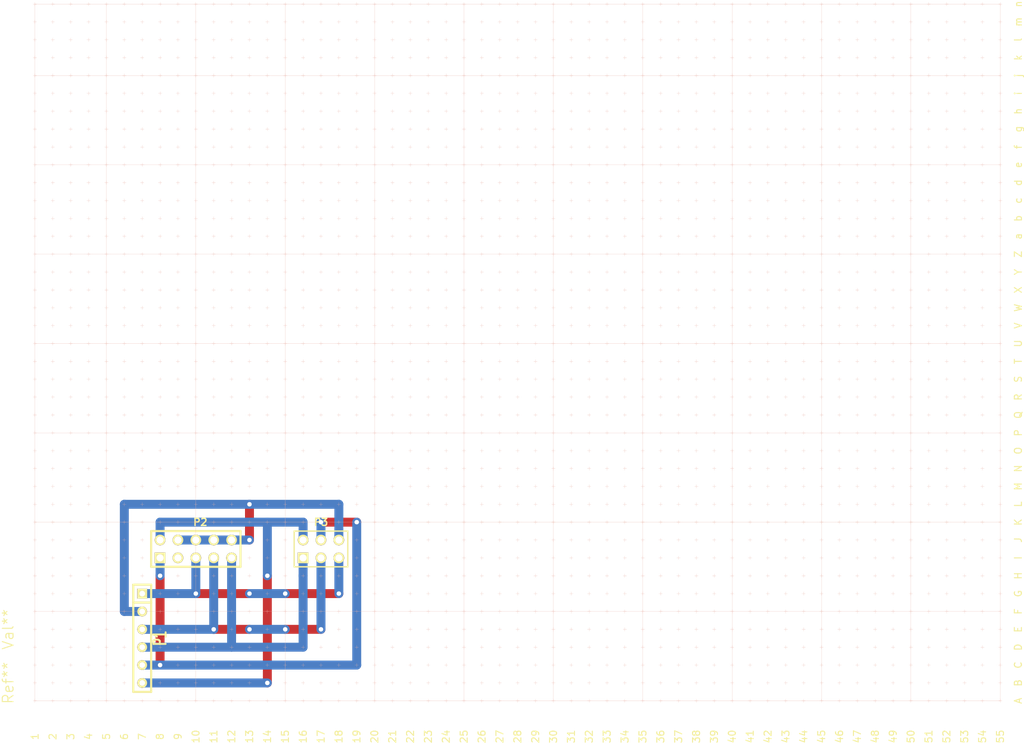
<source format=kicad_pcb>
(kicad_pcb (version 3) (host pcbnew "(2013-mar-13)-testing")
  (layers (15 F.Cu signal) (0 B.Cu signal) (18 B.Paste user) (19 F.Paste user) (20 B.SilkS user) (21 F.SilkS user) (22 B.Mask user) (23 F.Mask user) (28 Edge.Cuts user))
  (net 0 "")
  (net 1 /MISO)
  (net 2 /MOSI)
  (net 3 /RESET)
  (net 4 /SCLK)
  (net 5 /VCC)
  (net 6 GND)
  (net 7 N-000004)
  (module SIL-6 (layer F.Cu) (at 127 105.41 270)
    (fp_text reference P1 (at 0 -2.54 270) (layer F.SilkS) (effects (font (size 1.72974 1.08712) (thickness 0.3048))))
    (fp_text value "TO BOARD" hide)
    (pad 1 thru_hole rect (at -6.35 0 270) (size 1.397 1.397) (drill 0.8128) (layers *.Cu *.Mask F.SilkS) (net 3 /RESET))
    (pad 2 thru_hole circle (at -3.81 0 270) (size 1.397 1.397) (drill 0.8128) (layers *.Cu *.Mask F.SilkS) (net 6 GND))
    (pad 3 thru_hole circle (at -1.27 0 270) (size 1.397 1.397) (drill 0.8128) (layers *.Cu *.Mask F.SilkS) (net 4 /SCLK))
    (pad 4 thru_hole circle (at 1.27 0 270) (size 1.397 1.397) (drill 0.8128) (layers *.Cu *.Mask F.SilkS) (net 1 /MISO))
    (pad 5 thru_hole circle (at 3.81 0 270) (size 1.397 1.397) (drill 0.8128) (layers *.Cu *.Mask F.SilkS) (net 2 /MOSI))
    (pad 6 thru_hole circle (at 6.35 0 270) (size 1.397 1.397) (drill 0.8128) (layers *.Cu *.Mask F.SilkS) (net 5 /VCC))
  )
  (module PIN_ARRAY_5x2 (layer F.Cu) (at 134.62 92.71)
    (fp_text reference P2 (at 0.635 -3.81) (layer F.SilkS) (effects (font (size 1.016 1.016) (thickness 0.2032))))
    (fp_text value PROG5x2 hide)
    (pad 1 thru_hole rect (at -5.08 1.27) (size 1.524 1.524) (drill 1.016) (layers *.Cu *.Mask F.SilkS) (net 2 /MOSI))
    (pad 2 thru_hole circle (at -5.08 -1.27) (size 1.524 1.524) (drill 1.016) (layers *.Cu *.Mask F.SilkS) (net 5 /VCC))
    (pad 3 thru_hole circle (at -2.54 1.27) (size 1.524 1.524) (drill 1.016) (layers *.Cu *.Mask F.SilkS) (net 7 N-000004))
    (pad 4 thru_hole circle (at -2.54 -1.27) (size 1.524 1.524) (drill 1.016) (layers *.Cu *.Mask F.SilkS) (net 6 GND))
    (pad 5 thru_hole circle (at 0 1.27) (size 1.524 1.524) (drill 1.016) (layers *.Cu *.Mask F.SilkS) (net 3 /RESET))
    (pad 6 thru_hole circle (at 0 -1.27) (size 1.524 1.524) (drill 1.016) (layers *.Cu *.Mask F.SilkS) (net 6 GND))
    (pad 7 thru_hole circle (at 2.54 1.27) (size 1.524 1.524) (drill 1.016) (layers *.Cu *.Mask F.SilkS) (net 4 /SCLK))
    (pad 8 thru_hole circle (at 2.54 -1.27) (size 1.524 1.524) (drill 1.016) (layers *.Cu *.Mask F.SilkS) (net 6 GND))
    (pad 9 thru_hole circle (at 5.08 1.27) (size 1.524 1.524) (drill 1.016) (layers *.Cu *.Mask F.SilkS) (net 1 /MISO))
    (pad 10 thru_hole circle (at 5.08 -1.27) (size 1.524 1.524) (drill 1.016) (layers *.Cu *.Mask F.SilkS) (net 6 GND))
  )
  (module pin_array_3x2 (layer F.Cu) (at 152.4 92.71)
    (fp_text reference P3 (at 0 -3.81) (layer F.SilkS) (effects (font (size 1.016 1.016) (thickness 0.2032))))
    (fp_text value PROG3x2 hide)
    (pad 1 thru_hole rect (at -2.54 1.27) (size 1.524 1.524) (drill 1.016) (layers *.Cu *.Mask F.SilkS) (net 1 /MISO))
    (pad 2 thru_hole circle (at -2.54 -1.27) (size 1.524 1.524) (drill 1.016) (layers *.Cu *.Mask F.SilkS) (net 5 /VCC))
    (pad 3 thru_hole circle (at 0 1.27) (size 1.524 1.524) (drill 1.016) (layers *.Cu *.Mask F.SilkS) (net 4 /SCLK))
    (pad 4 thru_hole circle (at 0 -1.27) (size 1.524 1.524) (drill 1.016) (layers *.Cu *.Mask F.SilkS) (net 2 /MOSI))
    (pad 5 thru_hole circle (at 2.54 1.27) (size 1.524 1.524) (drill 1.016) (layers *.Cu *.Mask F.SilkS) (net 3 /RESET))
    (pad 6 thru_hole circle (at 2.54 -1.27) (size 1.524 1.524) (drill 1.016) (layers *.Cu *.Mask F.SilkS) (net 6 GND))
  )
  (module board (layer F.Cu) (at 111.76 114.3 90)
    (fp_text reference Ref** (at 2.54 -3.81 90) (layer F.SilkS))
    (fp_text value Val** (at 10.16 -3.81 90) (layer F.SilkS))
    (fp_text user n (at 99.06 139.7 90) (layer F.SilkS))
    (fp_text user m (at 96.52 139.7 90) (layer F.SilkS))
    (fp_text user l (at 93.98 139.7 90) (layer F.SilkS))
    (fp_text user k (at 91.44 139.7 90) (layer F.SilkS))
    (fp_text user j (at 88.9 139.7 90) (layer F.SilkS))
    (fp_text user i (at 86.36 139.7 90) (layer F.SilkS))
    (fp_text user h (at 83.82 139.7 90) (layer F.SilkS))
    (fp_text user g (at 81.28 139.7 90) (layer F.SilkS))
    (fp_text user f (at 78.74 139.7 90) (layer F.SilkS))
    (fp_text user e (at 76.2 139.7 90) (layer F.SilkS))
    (fp_text user d (at 73.66 139.7 90) (layer F.SilkS))
    (fp_text user c (at 71.12 139.7 90) (layer F.SilkS))
    (fp_text user b (at 68.58 139.7 90) (layer F.SilkS))
    (fp_text user a (at 66.04 139.7 90) (layer F.SilkS))
    (fp_text user Z (at 63.5 139.7 90) (layer F.SilkS))
    (fp_text user Y (at 60.96 139.7 90) (layer F.SilkS))
    (fp_text user X (at 58.42 139.7 90) (layer F.SilkS))
    (fp_text user W (at 55.88 139.7 90) (layer F.SilkS))
    (fp_text user V (at 53.34 139.7 90) (layer F.SilkS))
    (fp_text user U (at 50.8 139.7 90) (layer F.SilkS))
    (fp_text user T (at 48.26 139.7 90) (layer F.SilkS))
    (fp_text user S (at 45.72 139.7 90) (layer F.SilkS))
    (fp_text user R (at 43.18 139.7 90) (layer F.SilkS))
    (fp_text user Q (at 40.64 139.7 90) (layer F.SilkS))
    (fp_text user P (at 38.1 139.7 90) (layer F.SilkS))
    (fp_text user O (at 35.56 139.7 90) (layer F.SilkS))
    (fp_text user N (at 33.02 139.7 90) (layer F.SilkS))
    (fp_text user M (at 30.48 139.7 90) (layer F.SilkS))
    (fp_text user L (at 27.94 139.7 90) (layer F.SilkS))
    (fp_text user K (at 25.4 139.7 90) (layer F.SilkS))
    (fp_text user J (at 22.86 139.7 90) (layer F.SilkS))
    (fp_text user I (at 20.32 139.7 90) (layer F.SilkS))
    (fp_text user H (at 17.78 139.7 90) (layer F.SilkS))
    (fp_text user G (at 15.24 139.7 90) (layer F.SilkS))
    (fp_text user F (at 12.7 139.7 90) (layer F.SilkS))
    (fp_text user E (at 10.16 139.7 90) (layer F.SilkS))
    (fp_text user D (at 7.62 139.7 90) (layer F.SilkS))
    (fp_text user C (at 5.08 139.7 90) (layer F.SilkS))
    (fp_text user B (at 2.54 139.7 90) (layer F.SilkS))
    (fp_text user A (at 0 139.7 90) (layer F.SilkS))
    (fp_text user 55 (at -5.08 137.16 90) (layer F.SilkS))
    (fp_text user 54 (at -5.08 134.62 90) (layer F.SilkS))
    (fp_text user 53 (at -5.08 132.08 90) (layer F.SilkS))
    (fp_text user 52 (at -5.08 129.54 90) (layer F.SilkS))
    (fp_text user 51 (at -5.08 127 90) (layer F.SilkS))
    (fp_text user 50 (at -5.08 124.46 90) (layer F.SilkS))
    (fp_text user 49 (at -5.08 121.92 90) (layer F.SilkS))
    (fp_text user 48 (at -5.08 119.38 90) (layer F.SilkS))
    (fp_text user 47 (at -5.08 116.84 90) (layer F.SilkS))
    (fp_text user 46 (at -5.08 114.3 90) (layer F.SilkS))
    (fp_text user 45 (at -5.08 111.76 90) (layer F.SilkS))
    (fp_text user 44 (at -5.08 109.22 90) (layer F.SilkS))
    (fp_text user 43 (at -5.08 106.68 90) (layer F.SilkS))
    (fp_text user 42 (at -5.08 104.14 90) (layer F.SilkS))
    (fp_text user 41 (at -5.08 101.6 90) (layer F.SilkS))
    (fp_text user 40 (at -5.08 99.06 90) (layer F.SilkS))
    (fp_text user 39 (at -5.08 96.52 90) (layer F.SilkS))
    (fp_text user 38 (at -5.08 93.98 90) (layer F.SilkS))
    (fp_text user 37 (at -5.08 91.44 90) (layer F.SilkS))
    (fp_text user 36 (at -5.08 88.9 90) (layer F.SilkS))
    (fp_text user 35 (at -5.08 86.36 90) (layer F.SilkS))
    (fp_text user 34 (at -5.08 83.82 90) (layer F.SilkS))
    (fp_text user 33 (at -5.08 81.28 90) (layer F.SilkS))
    (fp_text user 32 (at -5.08 78.74 90) (layer F.SilkS))
    (fp_text user 31 (at -5.08 76.2 90) (layer F.SilkS))
    (fp_text user 30 (at -5.08 73.66 90) (layer F.SilkS))
    (fp_text user 29 (at -5.08 71.12 90) (layer F.SilkS))
    (fp_text user 28 (at -5.08 68.58 90) (layer F.SilkS))
    (fp_text user 27 (at -5.08 66.04 90) (layer F.SilkS))
    (fp_text user 26 (at -5.08 63.5 90) (layer F.SilkS))
    (fp_text user 25 (at -5.08 60.96 90) (layer F.SilkS))
    (fp_text user 24 (at -5.08 58.42 90) (layer F.SilkS))
    (fp_text user 23 (at -5.08 55.88 90) (layer F.SilkS))
    (fp_text user 22 (at -5.08 53.34 90) (layer F.SilkS))
    (fp_text user 21 (at -5.08 50.8 90) (layer F.SilkS))
    (fp_text user 20 (at -5.08 48.26 90) (layer F.SilkS))
    (fp_text user 19 (at -5.08 45.72 90) (layer F.SilkS))
    (fp_text user 18 (at -5.08 43.18 90) (layer F.SilkS))
    (fp_text user 17 (at -5.08 40.64 90) (layer F.SilkS))
    (fp_text user 16 (at -5.08 38.1 90) (layer F.SilkS))
    (fp_text user 15 (at -5.08 35.56 90) (layer F.SilkS))
    (fp_text user 14 (at -5.08 33.02 90) (layer F.SilkS))
    (fp_text user 13 (at -5.08 30.48 90) (layer F.SilkS))
    (fp_text user 12 (at -5.08 27.94 90) (layer F.SilkS))
    (fp_text user 11 (at -5.08 25.4 90) (layer F.SilkS))
    (fp_text user 10 (at -5.08 22.86 90) (layer F.SilkS))
    (fp_text user 9 (at -5.08 20.32 90) (layer F.SilkS))
    (fp_text user 8 (at -5.08 17.78 90) (layer F.SilkS))
    (fp_text user 7 (at -5.08 15.24 90) (layer F.SilkS))
    (fp_text user 6 (at -5.08 12.7 90) (layer F.SilkS))
    (fp_text user 5 (at -5.08 10.16 90) (layer F.SilkS))
    (fp_text user 4 (at -5.08 7.62 90) (layer F.SilkS))
    (fp_text user 3 (at -5.08 5.08 90) (layer F.SilkS))
    (fp_text user 2 (at -5.08 2.54 90) (layer F.SilkS))
    (fp_text user 1 (at -5.08 0 90) (layer F.SilkS))
  )
  (segment (start 139.7 106.68) (end 149.86 106.68) (width 1.27) (layer B.Cu) (net 1))
  (segment (start 149.86 96.52) (end 149.86 93.98) (width 1.27) (layer B.Cu) (net 1))
  (segment (start 149.86 106.68) (end 149.86 96.52) (width 1.27) (layer B.Cu) (net 1))
  (segment (start 127 106.68) (end 139.7 106.68) (width 1.27) (layer B.Cu) (net 1))
  (segment (start 139.7 106.68) (end 139.7 93.98) (width 1.27) (layer B.Cu) (net 1))
  (segment (start 129.54 109.22) (end 157.48 109.22) (width 1.27) (layer B.Cu) (net 2))
  (segment (start 152.4 88.9) (end 152.4 91.44) (width 1.27) (layer B.Cu) (net 2))
  (via (at 152.4 88.9) (size 0.889) (layers F.Cu B.Cu) (net 2))
  (segment (start 157.48 88.9) (end 152.4 88.9) (width 1.27) (layer F.Cu) (net 2))
  (via (at 157.48 88.9) (size 0.889) (layers F.Cu B.Cu) (net 2))
  (segment (start 157.48 109.22) (end 157.48 88.9) (width 1.27) (layer B.Cu) (net 2))
  (segment (start 129.54 93.98) (end 129.54 96.52) (width 1.27) (layer B.Cu) (net 2))
  (segment (start 129.54 109.22) (end 127 109.22) (width 1.27) (layer B.Cu) (net 2))
  (via (at 129.54 109.22) (size 0.889) (layers F.Cu B.Cu) (net 2))
  (segment (start 129.54 96.52) (end 129.54 109.22) (width 1.27) (layer F.Cu) (net 2))
  (via (at 129.54 96.52) (size 0.889) (layers F.Cu B.Cu) (net 2))
  (segment (start 142.24 99.06) (end 147.32 99.06) (width 1.27) (layer B.Cu) (net 3))
  (via (at 134.62 99.06) (size 0.889) (layers F.Cu B.Cu) (net 3))
  (segment (start 154.94 93.98) (end 154.94 99.06) (width 1.27) (layer B.Cu) (net 3))
  (via (at 154.94 99.06) (size 0.889) (layers F.Cu B.Cu) (net 3))
  (segment (start 147.32 99.06) (end 154.94 99.06) (width 1.27) (layer F.Cu) (net 3))
  (via (at 147.32 99.06) (size 0.889) (layers F.Cu B.Cu) (net 3))
  (via (at 142.24 99.06) (size 0.889) (layers F.Cu B.Cu) (net 3))
  (segment (start 142.24 99.06) (end 134.62 99.06) (width 1.27) (layer F.Cu) (net 3))
  (segment (start 127 99.06) (end 134.62 99.06) (width 1.27) (layer B.Cu) (net 3))
  (segment (start 134.62 99.06) (end 134.62 93.98) (width 1.27) (layer B.Cu) (net 3))
  (segment (start 152.4 93.98) (end 152.4 104.14) (width 1.27) (layer B.Cu) (net 4))
  (via (at 137.16 104.14) (size 0.889) (layers F.Cu B.Cu) (net 4))
  (segment (start 142.24 104.14) (end 137.16 104.14) (width 1.27) (layer F.Cu) (net 4))
  (via (at 142.24 104.14) (size 0.889) (layers F.Cu B.Cu) (net 4))
  (segment (start 147.32 104.14) (end 142.24 104.14) (width 1.27) (layer B.Cu) (net 4))
  (via (at 147.32 104.14) (size 0.889) (layers F.Cu B.Cu) (net 4))
  (segment (start 152.4 104.14) (end 147.32 104.14) (width 1.27) (layer F.Cu) (net 4))
  (via (at 152.4 104.14) (size 0.889) (layers F.Cu B.Cu) (net 4))
  (segment (start 127 104.14) (end 137.16 104.14) (width 1.27) (layer B.Cu) (net 4))
  (segment (start 137.16 104.14) (end 137.16 93.98) (width 1.27) (layer B.Cu) (net 4))
  (segment (start 129.54 91.44) (end 129.54 88.9) (width 1.27) (layer B.Cu) (net 5))
  (segment (start 129.54 88.9) (end 144.78 88.9) (width 1.27) (layer B.Cu) (net 5))
  (segment (start 144.78 88.9) (end 144.78 96.52) (width 1.27) (layer B.Cu) (net 5))
  (segment (start 144.78 111.76) (end 127 111.76) (width 1.27) (layer B.Cu) (net 5))
  (via (at 144.78 111.76) (size 0.889) (layers F.Cu B.Cu) (net 5))
  (segment (start 144.78 96.52) (end 144.78 111.76) (width 1.27) (layer F.Cu) (net 5))
  (via (at 144.78 96.52) (size 0.889) (layers F.Cu B.Cu) (net 5))
  (segment (start 149.86 88.9) (end 149.86 91.44) (width 1.27) (layer B.Cu) (net 5))
  (segment (start 144.78 88.9) (end 149.86 88.9) (width 1.27) (layer B.Cu) (net 5))
  (segment (start 139.7 91.44) (end 142.24 91.44) (width 1.27) (layer B.Cu) (net 6))
  (via (at 142.24 86.36) (size 0.889) (layers F.Cu B.Cu) (net 6))
  (segment (start 142.24 91.44) (end 142.24 86.36) (width 1.27) (layer F.Cu) (net 6))
  (via (at 142.24 91.44) (size 0.889) (layers F.Cu B.Cu) (net 6))
  (segment (start 132.08 91.44) (end 134.62 91.44) (width 1.27) (layer B.Cu) (net 6))
  (segment (start 134.62 91.44) (end 137.16 91.44) (width 1.27) (layer B.Cu) (net 6))
  (segment (start 137.16 91.44) (end 139.7 91.44) (width 1.27) (layer B.Cu) (net 6))
  (segment (start 154.94 91.44) (end 154.94 86.36) (width 1.27) (layer B.Cu) (net 6))
  (segment (start 154.94 86.36) (end 142.24 86.36) (width 1.27) (layer B.Cu) (net 6))
  (segment (start 124.46 101.6) (end 127 101.6) (width 1.27) (layer B.Cu) (net 6))
  (segment (start 142.24 86.36) (end 124.46 86.36) (width 1.27) (layer B.Cu) (net 6))
  (segment (start 124.46 86.36) (end 124.46 101.6) (width 1.27) (layer B.Cu) (net 6))
)
</source>
